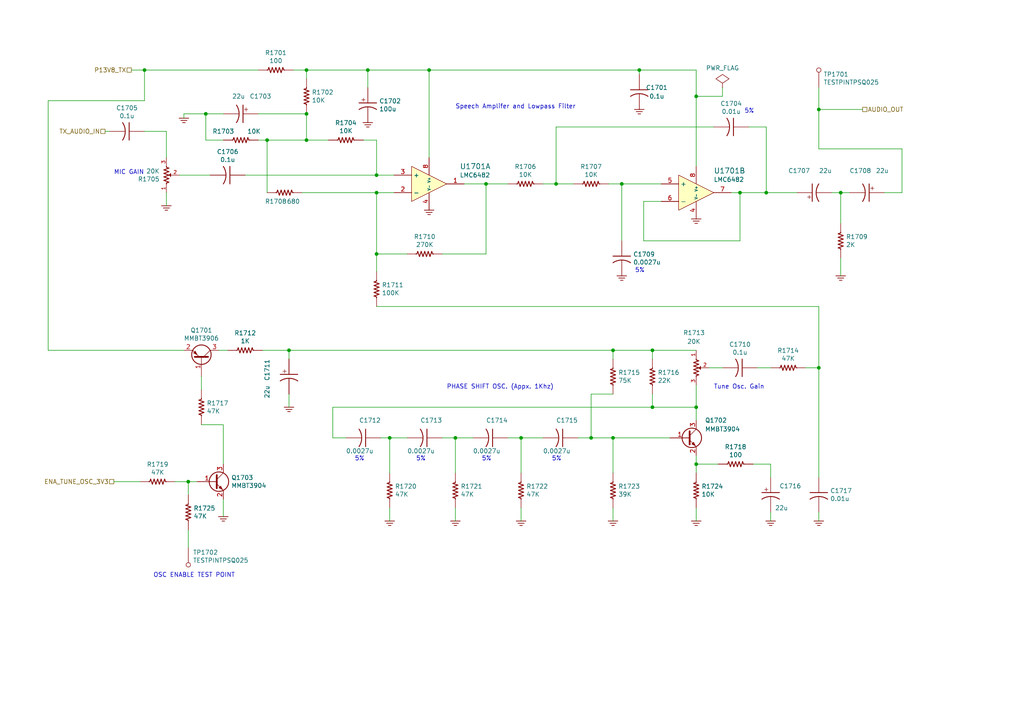
<source format=kicad_sch>
(kicad_sch (version 20211123) (generator eeschema)
  (paper "A4")
  (title_block (title "Speech Amplifier and Tune Oscillator") (rev "X1") (company "WA6ZFT"))
  (lib_symbols
    (symbol "Custom:CP_US" (pin_numbers hide) (pin_names (offset 0.254) hide)
      (property "Reference" "C" (at 1.27 2.54 0))
      (property "Value" "Custom_CP_US" (at 1.27 -2.54 0))
      (symbol "CP_US_0_1"
        (polyline (pts (xy -1.778 1.524) (xy -0.762 1.524)) (stroke (width 0.127)))
        (polyline (pts (xy -1.27 1.016) (xy -1.27 2.032)) (stroke (width 0.127)))
        (polyline (pts (xy -2.54 0.635) (xy 2.54 0.635) (xy 2.54 0.635)) (stroke (width 0.254)))
        (arc (start 2.54 -1.27) (mid 0 -0.5009) (end -2.54 -1.27) (stroke (width 0.254)))
      )
      (symbol "CP_US_1_1"
        (pin passive line (at 0 5.08 270) (length 4.445) (name "~") (number "1"))
        (pin passive line (at 0 -5.08 90) (length 4.445) (name "~") (number "2"))
      )
    )
    (symbol "Custom:C_US" (pin_numbers hide) (pin_names (offset 0.254) hide)
      (property "Reference" "C" (at 1.27 2.54 0))
      (property "Value" "Custom_C_US" (at 1.27 -2.54 0))
      (symbol "C_US_0_1"
        (polyline (pts (xy -2.54 0.635) (xy 2.54 0.635) (xy 2.54 0.635)) (stroke (width 0.254)))
        (arc (start 2.54 -1.27) (mid 0 -0.5009) (end -2.54 -1.27) (stroke (width 0.254)))
      )
      (symbol "C_US_1_1"
        (pin passive line (at 0 5.08 270) (length 4.445) (name "~") (number "1"))
        (pin passive line (at 0 -5.08 90) (length 4.445) (name "~") (number "2"))
      )
    )
    (symbol "Custom:C_US_0805_0.1UF_X7R_10%_50V_HS" (pin_numbers hide) (pin_names (offset 0.254) hide)
      (property "Reference" "C" (at 1.27 2.54 0))
      (property "Value" "Custom_C_US_0805_0.1UF_X7R_10%_50V_HS" (at 1.27 -2.54 0))
      (symbol "C_US_0805_0.1UF_X7R_10%_50V_HS_0_1"
        (polyline (pts (xy -2.54 0.635) (xy 2.54 0.635) (xy 2.54 0.635)) (stroke (width 0.254)))
        (arc (start 2.54 -1.27) (mid 0 -0.5009) (end -2.54 -1.27) (stroke (width 0.254)))
      )
      (symbol "C_US_0805_0.1UF_X7R_10%_50V_HS_1_1"
        (pin passive line (at 0 5.08 270) (length 4.445) (name "~") (number "1"))
        (pin passive line (at 0 -5.08 90) (length 4.445) (name "~") (number "2"))
      )
    )
    (symbol "Custom:GND_US" (power) (pin_names (offset 0))
      (symbol "GND_US_0_1"
        (polyline (pts (xy -1.397 0) (xy 1.397 0)) (stroke (width 0.2032)))
        (polyline (pts (xy -0.889 -0.635) (xy 0.889 -0.635)) (stroke (width 0.2032)))
        (polyline (pts (xy -0.381 -1.27) (xy 0.381 -1.27)) (stroke (width 0.2032)))
      )
      (symbol "GND_US_1_1"
        (pin power_in line (at 0 0 90) (length 0) hide (name "GND") (number "1"))
      )
    )
    (symbol "Custom:LMC6482"
      (property "Reference" "U" (at 2.54 3.81 0))
      (property "Value" "Custom_LMC6482" (at 5.08 -3.81 0))
      (symbol "LMC6482_0_1"
        (polyline (pts (xy -5.08 5.08) (xy 5.08 0) (xy -5.08 -5.08) (xy -5.08 5.08)) (stroke (width 0.1524)) (fill (type background)))
        (pin power_in line (at 0 -7.62 90) (length 5.08) (name "V-") (number "4"))
        (pin power_in line (at 0 7.62 270) (length 5.08) (name "V+") (number "8"))
      )
      (symbol "LMC6482_1_1"
        (pin output line (at 10.16 0 180) (length 5.08) (name "~") (number "1"))
        (pin input line (at -10.16 -2.54 0) (length 5.08) (name "-") (number "2"))
        (pin input line (at -10.16 2.54 0) (length 5.08) (name "+") (number "3"))
      )
      (symbol "LMC6482_2_1"
        (pin input line (at -10.16 2.54 0) (length 5.08) (name "+") (number "5"))
        (pin input line (at -10.16 -2.54 0) (length 5.08) (name "-") (number "6"))
        (pin output line (at 10.16 0 180) (length 5.08) (name "~") (number "7"))
      )
    )
    (symbol "Custom:MMBT3904" (pin_names (offset 0) hide)
      (property "Reference" "Q" (at 5.08 1.905 0))
      (property "Value" "Custom_MMBT3904" (at 5.08 0 0))
      (symbol "MMBT3904_0_1"
        (polyline (pts (xy 0.635 0.635) (xy 2.54 2.54)))
        (polyline (pts (xy 0.635 -0.635) (xy 2.54 -2.54) (xy 2.54 -2.54)))
        (polyline (pts (xy 0.635 1.905) (xy 0.635 -1.905) (xy 0.635 -1.905)) (stroke (width 0.508)))
        (polyline (pts (xy 1.27 -1.778) (xy 1.778 -1.27) (xy 2.286 -2.286) (xy 1.27 -1.778) (xy 1.27 -1.778)) (fill (type outline)))
        (circle (center 1.27 0) (radius 2.8194) (stroke (width 0.254)))
      )
      (symbol "MMBT3904_1_1"
        (pin passive line (at -5.08 0 0) (length 5.715) (name "B") (number "1"))
        (pin passive line (at 2.54 -5.08 90) (length 2.54) (name "E") (number "2"))
        (pin passive line (at 2.54 5.08 270) (length 2.54) (name "C") (number "3"))
      )
    )
    (symbol "Custom:POT_US" (pin_names (offset 0))
      (property "Reference" "R" (at 0 -3.81 0))
      (property "Value" "Custom_POT_US" (at 0 -2.032 0))
      (symbol "POT_US_0_0"
        (polyline (pts (xy -0.508 1.27) (xy 0.508 1.27) (xy 0 0.762)) (fill (type outline)))
        (polyline (pts (xy 0 0.762) (xy -0.508 -0.762) (xy -1.016 0.762) (xy -1.524 -0.762) (xy -2.032 0.762) (xy -2.286 0) (xy -2.54 0) (xy -2.54 0)) (stroke (width 0.254)))
        (polyline (pts (xy 0 0.762) (xy 0.508 -0.762) (xy 1.016 0.762) (xy 1.524 -0.762) (xy 2.032 0.762) (xy 2.286 0) (xy 2.54 0) (xy 2.54 0)) (stroke (width 0.254)))
      )
      (symbol "POT_US_1_1"
        (pin passive line (at -5.08 0 0) (length 2.54) (name "~") (number "1"))
        (pin passive line (at 0 3.81 270) (length 2.54) (name "~") (number "2"))
        (pin passive line (at 5.08 0 180) (length 2.54) (name "~") (number "3"))
      )
    )
    (symbol "Custom:PWR_FLAG" (power) (pin_numbers hide) (pin_names (offset 0) hide)
      (property "Value" "Custom_PWR_FLAG" (at 0 4.572 0))
      (symbol "PWR_FLAG_0_0"
        (pin power_out line (at 0 0 90) (length 0) (name "pwr") (number "1"))
      )
      (symbol "PWR_FLAG_0_1"
        (polyline (pts (xy 0 0) (xy 0 1.27) (xy -1.905 2.54) (xy 0 3.81) (xy 1.905 2.54) (xy 0 1.27)))
      )
    )
    (symbol "Custom:R_US_0805_1%_HS" (pin_numbers hide) (pin_names (offset 1.016) hide)
      (property "Reference" "R" (at 2.032 0 90))
      (property "Value" "Custom_R_US_0805_1%_HS" (at -2.032 0 90))
      (symbol "R_US_0805_1%_HS_0_0"
        (polyline (pts (xy 0 -2.54) (xy 0 -2.54) (xy 0 -2.286) (xy -0.762 -2.032) (xy 0.762 -1.524) (xy -0.762 -1.016) (xy 0.762 -0.508) (xy -0.762 0) (xy 0.762 0.508) (xy -0.762 1.016) (xy 0.762 1.524) (xy -0.762 2.032) (xy 0 2.286) (xy 0 2.54) (xy 0 2.54)) (stroke (width 0.254)))
      )
      (symbol "R_US_0805_1%_HS_1_1"
        (pin passive line (at 0 5.08 270) (length 2.54) (name "~") (number "1"))
        (pin passive line (at 0 -5.08 90) (length 2.54) (name "~") (number "2"))
      )
    )
    (symbol "Custom:TESTPINTPSQ025" (pin_numbers hide) (pin_names (offset 1.016) hide)
      (property "Reference" "TP" (at -1.27 1.27 0))
      (property "Value" "Custom_TESTPINTPSQ025" (at -7.62 3.81 0))
      (symbol "TESTPINTPSQ025_1_0"
        (polyline (pts (xy 0 -2.54) (xy 0 -0.635)))
      )
      (symbol "TESTPINTPSQ025_1_1"
        (circle (center 0 0) (radius 0.635))
        (pin passive line (at 0 -5.08 90) (length 2.54) (name "TP") (number "1"))
      )
    )
    (symbol "Transistor_BJT:MMBT3906" (pin_names (offset 0) hide)
      (property "Reference" "Q" (at 5.08 1.905 0))
      (property "Value" "Transistor_BJT_MMBT3906" (at 5.08 0 0))
      (symbol "MMBT3906_0_1"
        (polyline (pts (xy 0.635 0.635) (xy 2.54 2.54)))
        (polyline (pts (xy 0.635 -0.635) (xy 2.54 -2.54) (xy 2.54 -2.54)))
        (polyline (pts (xy 0.635 1.905) (xy 0.635 -1.905) (xy 0.635 -1.905)) (stroke (width 0.508)))
        (polyline (pts (xy 2.286 -1.778) (xy 1.778 -2.286) (xy 1.27 -1.27) (xy 2.286 -1.778) (xy 2.286 -1.778)) (fill (type outline)))
        (circle (center 1.27 0) (radius 2.8194) (stroke (width 0.254)))
      )
      (symbol "MMBT3906_1_1"
        (pin input line (at -5.08 0 0) (length 5.715) (name "B") (number "1"))
        (pin passive line (at 2.54 -5.08 90) (length 2.54) (name "E") (number "2"))
        (pin passive line (at 2.54 5.08 270) (length 2.54) (name "C") (number "3"))
      )
    )
  )
  (junction (at 177.8 101.6))
  (junction (at 237.49 31.75))
  (junction (at 171.45 127))
  (junction (at 88.9 20.32))
  (junction (at 189.23 118.11))
  (junction (at 214.63 55.88))
  (junction (at 201.93 118.11))
  (junction (at 88.9 40.64))
  (junction (at 222.25 55.88))
  (junction (at 77.47 40.64))
  (junction (at 106.68 20.32))
  (junction (at 151.13 127))
  (junction (at 140.97 53.34))
  (junction (at 41.91 20.32))
  (junction (at 109.22 50.8))
  (junction (at 177.8 127))
  (junction (at 189.23 101.6))
  (junction (at 201.93 27.94))
  (junction (at 83.82 101.6))
  (junction (at 59.69 33.02))
  (junction (at 132.08 127))
  (junction (at 109.22 73.66))
  (junction (at 161.29 53.34))
  (junction (at 124.46 20.32))
  (junction (at 54.61 139.7))
  (junction (at 201.93 134.62))
  (junction (at 109.22 55.88))
  (junction (at 113.03 127))
  (junction (at 88.9 33.02))
  (junction (at 185.42 20.32))
  (junction (at 243.84 55.88))
  (junction (at 180.34 53.34))
  (junction (at 237.49 106.68))
  (wire (pts (xy 33.02 139.7) (xy 40.64 139.7)))
  (wire (pts (xy 186.69 58.42) (xy 186.69 69.85)))
  (wire (pts (xy 109.22 73.66) (xy 109.22 55.88)))
  (wire (pts (xy 186.69 69.85) (xy 214.63 69.85)))
  (wire (pts (xy 237.49 88.9) (xy 237.49 106.68)))
  (wire (pts (xy 243.84 64.77) (xy 243.84 55.88)))
  (wire (pts (xy 209.55 27.94) (xy 201.93 27.94)))
  (wire (pts (xy 64.77 33.02) (xy 59.69 33.02)))
  (wire (pts (xy 118.11 127) (xy 113.03 127)))
  (wire (pts (xy 201.93 111.76) (xy 201.93 118.11)))
  (wire (pts (xy 88.9 40.64) (xy 88.9 33.02)))
  (wire (pts (xy 76.2 101.6) (xy 83.82 101.6)))
  (wire (pts (xy 60.96 50.8) (xy 52.07 50.8)))
  (wire (pts (xy 132.08 147.32) (xy 132.08 151.13)))
  (wire (pts (xy 189.23 101.6) (xy 177.8 101.6)))
  (wire (pts (xy 223.52 148.59) (xy 223.52 151.13)))
  (wire (pts (xy 132.08 127) (xy 128.27 127)))
  (wire (pts (xy 41.91 20.32) (xy 74.93 20.32)))
  (wire (pts (xy 109.22 88.9) (xy 237.49 88.9)))
  (wire (pts (xy 185.42 21.59) (xy 185.42 20.32)))
  (wire (pts (xy 201.93 118.11) (xy 201.93 121.92)))
  (wire (pts (xy 48.26 55.88) (xy 48.26 59.69)))
  (wire (pts (xy 59.69 40.64) (xy 59.69 33.02)))
  (wire (pts (xy 109.22 50.8) (xy 114.3 50.8)))
  (wire (pts (xy 171.45 127) (xy 177.8 127)))
  (wire (pts (xy 106.68 20.32) (xy 124.46 20.32)))
  (wire (pts (xy 105.41 40.64) (xy 109.22 40.64)))
  (wire (pts (xy 85.09 20.32) (xy 88.9 20.32)))
  (wire (pts (xy 109.22 73.66) (xy 109.22 78.74)))
  (wire (pts (xy 161.29 36.83) (xy 161.29 53.34)))
  (wire (pts (xy 237.49 43.18) (xy 237.49 31.75)))
  (wire (pts (xy 118.11 73.66) (xy 109.22 73.66)))
  (wire (pts (xy 109.22 40.64) (xy 109.22 50.8)))
  (wire (pts (xy 176.53 53.34) (xy 180.34 53.34)))
  (wire (pts (xy 13.97 29.21) (xy 13.97 101.6)))
  (wire (pts (xy 261.62 43.18) (xy 237.49 43.18)))
  (wire (pts (xy 217.17 36.83) (xy 222.25 36.83)))
  (wire (pts (xy 157.48 127) (xy 151.13 127)))
  (wire (pts (xy 177.8 114.3) (xy 171.45 114.3)))
  (wire (pts (xy 134.62 53.34) (xy 140.97 53.34)))
  (wire (pts (xy 140.97 73.66) (xy 140.97 53.34)))
  (wire (pts (xy 161.29 53.34) (xy 166.37 53.34)))
  (wire (pts (xy 261.62 55.88) (xy 261.62 43.18)))
  (wire (pts (xy 222.25 36.83) (xy 222.25 55.88)))
  (wire (pts (xy 66.04 101.6) (xy 63.5 101.6)))
  (wire (pts (xy 113.03 137.16) (xy 113.03 127)))
  (wire (pts (xy 113.03 147.32) (xy 113.03 151.13)))
  (wire (pts (xy 41.91 29.21) (xy 13.97 29.21)))
  (wire (pts (xy 207.01 36.83) (xy 161.29 36.83)))
  (wire (pts (xy 109.22 50.8) (xy 71.12 50.8)))
  (wire (pts (xy 201.93 118.11) (xy 189.23 118.11)))
  (wire (pts (xy 218.44 134.62) (xy 223.52 134.62)))
  (wire (pts (xy 64.77 144.78) (xy 64.77 149.86)))
  (wire (pts (xy 151.13 137.16) (xy 151.13 127)))
  (wire (pts (xy 87.63 55.88) (xy 109.22 55.88)))
  (wire (pts (xy 124.46 20.32) (xy 124.46 45.72)))
  (wire (pts (xy 74.93 40.64) (xy 77.47 40.64)))
  (wire (pts (xy 96.52 118.11) (xy 96.52 127)))
  (wire (pts (xy 48.26 38.1) (xy 41.91 38.1)))
  (wire (pts (xy 88.9 22.86) (xy 88.9 20.32)))
  (wire (pts (xy 223.52 134.62) (xy 223.52 138.43)))
  (wire (pts (xy 83.82 104.14) (xy 83.82 101.6)))
  (wire (pts (xy 41.91 20.32) (xy 41.91 29.21)))
  (wire (pts (xy 95.25 40.64) (xy 88.9 40.64)))
  (wire (pts (xy 74.93 33.02) (xy 88.9 33.02)))
  (wire (pts (xy 53.34 33.02) (xy 53.34 34.29)))
  (wire (pts (xy 64.77 40.64) (xy 59.69 40.64)))
  (wire (pts (xy 233.68 106.68) (xy 237.49 106.68)))
  (wire (pts (xy 214.63 69.85) (xy 214.63 55.88)))
  (wire (pts (xy 140.97 53.34) (xy 147.32 53.34)))
  (wire (pts (xy 83.82 114.3) (xy 83.82 118.11)))
  (wire (pts (xy 189.23 104.14) (xy 189.23 101.6)))
  (wire (pts (xy 77.47 55.88) (xy 77.47 40.64)))
  (wire (pts (xy 237.49 148.59) (xy 237.49 151.13)))
  (wire (pts (xy 237.49 25.4) (xy 237.49 31.75)))
  (wire (pts (xy 132.08 137.16) (xy 132.08 127)))
  (wire (pts (xy 151.13 127) (xy 147.32 127)))
  (wire (pts (xy 177.8 147.32) (xy 177.8 151.13)))
  (wire (pts (xy 38.1 20.32) (xy 41.91 20.32)))
  (wire (pts (xy 54.61 153.67) (xy 54.61 158.75)))
  (wire (pts (xy 157.48 53.34) (xy 161.29 53.34)))
  (wire (pts (xy 177.8 127) (xy 194.31 127)))
  (wire (pts (xy 77.47 40.64) (xy 88.9 40.64)))
  (wire (pts (xy 58.42 123.19) (xy 64.77 123.19)))
  (wire (pts (xy 189.23 114.3) (xy 189.23 118.11)))
  (wire (pts (xy 189.23 118.11) (xy 96.52 118.11)))
  (wire (pts (xy 137.16 127) (xy 132.08 127)))
  (wire (pts (xy 237.49 106.68) (xy 237.49 138.43)))
  (wire (pts (xy 243.84 55.88) (xy 241.3 55.88)))
  (wire (pts (xy 205.74 106.68) (xy 209.55 106.68)))
  (wire (pts (xy 171.45 114.3) (xy 171.45 127)))
  (wire (pts (xy 231.14 55.88) (xy 222.25 55.88)))
  (wire (pts (xy 256.54 55.88) (xy 261.62 55.88)))
  (wire (pts (xy 113.03 127) (xy 110.49 127)))
  (wire (pts (xy 201.93 20.32) (xy 201.93 27.94)))
  (wire (pts (xy 185.42 20.32) (xy 124.46 20.32)))
  (wire (pts (xy 88.9 20.32) (xy 106.68 20.32)))
  (wire (pts (xy 219.71 106.68) (xy 223.52 106.68)))
  (wire (pts (xy 59.69 33.02) (xy 53.34 33.02)))
  (wire (pts (xy 237.49 31.75) (xy 250.19 31.75)))
  (wire (pts (xy 208.28 134.62) (xy 201.93 134.62)))
  (wire (pts (xy 54.61 143.51) (xy 54.61 139.7)))
  (wire (pts (xy 180.34 69.85) (xy 180.34 53.34)))
  (wire (pts (xy 109.22 55.88) (xy 114.3 55.88)))
  (wire (pts (xy 50.8 139.7) (xy 54.61 139.7)))
  (wire (pts (xy 201.93 101.6) (xy 189.23 101.6)))
  (wire (pts (xy 214.63 55.88) (xy 212.09 55.88)))
  (wire (pts (xy 177.8 137.16) (xy 177.8 127)))
  (wire (pts (xy 201.93 132.08) (xy 201.93 134.62)))
  (wire (pts (xy 191.77 58.42) (xy 186.69 58.42)))
  (wire (pts (xy 64.77 123.19) (xy 64.77 134.62)))
  (wire (pts (xy 201.93 27.94) (xy 201.93 48.26)))
  (wire (pts (xy 128.27 73.66) (xy 140.97 73.66)))
  (wire (pts (xy 243.84 74.93) (xy 243.84 80.01)))
  (wire (pts (xy 201.93 20.32) (xy 185.42 20.32)))
  (wire (pts (xy 201.93 134.62) (xy 201.93 137.16)))
  (wire (pts (xy 167.64 127) (xy 171.45 127)))
  (wire (pts (xy 96.52 127) (xy 100.33 127)))
  (wire (pts (xy 13.97 101.6) (xy 53.34 101.6)))
  (wire (pts (xy 58.42 109.22) (xy 58.42 113.03)))
  (wire (pts (xy 151.13 147.32) (xy 151.13 151.13)))
  (wire (pts (xy 54.61 139.7) (xy 57.15 139.7)))
  (wire (pts (xy 177.8 104.14) (xy 177.8 101.6)))
  (wire (pts (xy 201.93 147.32) (xy 201.93 151.13)))
  (wire (pts (xy 180.34 53.34) (xy 191.77 53.34)))
  (wire (pts (xy 243.84 55.88) (xy 246.38 55.88)))
  (wire (pts (xy 106.68 20.32) (xy 106.68 25.4)))
  (wire (pts (xy 48.26 45.72) (xy 48.26 38.1)))
  (wire (pts (xy 209.55 25.4) (xy 209.55 27.94)))
  (wire (pts (xy 222.25 55.88) (xy 214.63 55.88)))
  (wire (pts (xy 31.75 38.1) (xy 30.48 38.1)))
  (wire (pts (xy 177.8 101.6) (xy 83.82 101.6)))
  (text "Speech Amplifer and Lowpass Filter" (at 132.08 31.75 0) (effects (font (size 1.27 1.27)) (justify left bottom)))
  (text "5%\n\n" (at 120.65 135.89 0) (effects (font (size 1.27 1.27)) (justify left bottom)))
  (text "5%\n\n" (at 139.7 135.89 0) (effects (font (size 1.27 1.27)) (justify left bottom)))
  (text "5%\n\n" (at 160.02 135.89 0) (effects (font (size 1.27 1.27)) (justify left bottom)))
  (text "OSC ENABLE TEST POINT" (at 44.45 167.64 0) (effects (font (size 1.27 1.27)) (justify left bottom)))
  (text "MIC GAIN\n" (at 33.02 50.8 0) (effects (font (size 1.27 1.27)) (justify left bottom)))
  (text "PHASE SHIFT OSC. (Appx. 1Khz)" (at 129.54 113.03 0) (effects (font (size 1.27 1.27)) (justify left bottom)))
  (text "5%\n\n" (at 102.87 135.89 0) (effects (font (size 1.27 1.27)) (justify left bottom)))
  (text "5%\n\n" (at 184.15 81.28 0) (effects (font (size 1.27 1.27)) (justify left bottom)))
  (text "5%\n" (at 215.9 33.02 0) (effects (font (size 1.27 1.27)) (justify left bottom)))
  (text "Tune Osc. Gain" (at 207.01 113.03 0) (effects (font (size 1.27 1.27)) (justify left bottom)))
  (hierarchical_label "P13V8_TX" (shape passive) (at 38.1 20.32 180))
  (hierarchical_label "AUDIO_OUT" (shape passive) (at 250.19 31.75 0))
  (hierarchical_label "ENA_TUNE_OSC_3V3" (shape passive) (at 33.02 139.7 180))
  (hierarchical_label "TX_AUDIO_IN" (shape passive) (at 30.48 38.1 180))
  (symbol (lib_id "Custom:LMC6482") (at 124.46 53.34 0) (unit 1)
    (property "Reference" "U1701" (at 133.35 48.26 0) (effects (font (size 1.524 1.524)) (justify left)))
    (property "Value" "LMC6482" (at 133.35 50.8 0) (effects (justify left)))
    (property "Footprint" "mods:SOIC8N-SAR" (effects hide))
    (property "PartNumber" "800272-101" (effects hide))
  )
  (symbol (lib_id "Custom:LMC6482") (at 201.93 55.88 0) (unit 2)
    (property "Reference" "U1701" (at 207.01 49.53 0) (effects (font (size 1.524 1.524)) (justify left)))
    (property "Value" "LMC6482" (at 207.01 52.07 0) (effects (justify left)))
    (property "Footprint" "mods:SOIC8N-SAR" (effects hide))
    (property "PartNumber" "800272-101" (effects hide))
  )
  (symbol (lib_id "Custom:CP_US") (at 236.22 55.88 90)
    (property "Reference" "C1707" (at 234.95 49.53 90) (effects (justify left)))
    (property "Value" "22u" (at 241.3 49.53 90) (effects (justify left)))
    (property "Footprint" "Capacitor_SMD:CP_Elec_6.3x5.7" (effects hide))
    (property "PartNumber" "800267-226" (effects hide))
  )
  (symbol (lib_id "Custom:CP_US") (at 106.68 30.48 0)
    (property "Reference" "C1702" (at 109.982 29.3116 0) (effects (justify left)))
    (property "Value" "100u" (at 109.982 31.623 0) (effects (justify left)))
    (property "Footprint" "Capacitor_SMD:CP_Elec_8x10" (effects hide))
    (property "PartNumber" "800268-107" (effects hide))
  )
  (symbol (lib_id "Custom:R_US_0805_1%_HS") (at 80.01 20.32 270) (unit 1)
    (property "Reference" "R1701" (at 80.01 15.3162 90))
    (property "Value" "100" (at 80.01 17.6276 90))
    (property "Footprint" "Resistor_SMD:R_0805_2012Metric_Pad1.15x1.40mm_HandSolder" (effects hide))
    (property "PartNumber" "800235-101" (effects hide))
  )
  (symbol (lib_id "Custom:GND_US") (at 106.68 35.56 0) (unit 1)
    (property "Reference" "#PWR01703" (effects hide))
    (property "Value" "GND_US" (effects hide))
  )
  (symbol (lib_id "Custom:GND_US") (at 124.46 60.96 0) (unit 1)
    (property "Reference" "#PWR01705" (effects hide))
    (property "Value" "GND_US" (effects hide))
  )
  (symbol (lib_id "Custom:GND_US") (at 201.93 63.5 0) (unit 1)
    (property "Reference" "#PWR01706" (effects hide))
    (property "Value" "GND_US" (effects hide))
  )
  (symbol (lib_id "Custom:CP_US") (at 69.85 33.02 270)
    (property "Reference" "C1703" (at 72.39 27.94 90) (effects (justify left)))
    (property "Value" "22u" (at 67.31 27.94 90) (effects (justify left)))
    (property "Footprint" "Capacitor_SMD:CP_Elec_6.3x5.7" (effects hide))
    (property "PartNumber" "800267-226" (effects hide))
  )
  (symbol (lib_id "Custom:R_US_0805_1%_HS") (at 123.19 73.66 270) (unit 1)
    (property "Reference" "R1710" (at 123.19 68.6562 90))
    (property "Value" "270K" (at 123.19 70.9676 90))
    (property "Footprint" "Resistor_SMD:R_0805_2012Metric_Pad1.15x1.40mm_HandSolder" (effects hide))
    (property "PartNumber" "800235-274" (effects hide))
  )
  (symbol (lib_id "Custom:GND_US") (at 53.34 34.29 0) (unit 1)
    (property "Reference" "#PWR01702" (effects hide))
    (property "Value" "GND_US" (effects hide))
  )
  (symbol (lib_id "Custom:R_US_0805_1%_HS") (at 88.9 27.94 0) (unit 1)
    (property "Reference" "R1702" (at 90.424 26.7716 0) (effects (justify left)))
    (property "Value" "10K" (at 90.424 29.083 0) (effects (justify left)))
    (property "Footprint" "Resistor_SMD:R_0805_2012Metric_Pad1.15x1.40mm_HandSolder" (effects hide))
    (property "PartNumber" "800235-103" (effects hide))
  )
  (symbol (lib_id "Custom:R_US_0805_1%_HS") (at 69.85 40.64 270) (unit 1)
    (property "Reference" "R1703" (at 64.77 38.1 90))
    (property "Value" "10K" (at 73.66 38.1 90))
    (property "Footprint" "Resistor_SMD:R_0805_2012Metric_Pad1.15x1.40mm_HandSolder" (effects hide))
    (property "PartNumber" "800235-103" (effects hide))
  )
  (symbol (lib_id "Custom:R_US_0805_1%_HS") (at 100.33 40.64 270) (unit 1)
    (property "Reference" "R1704" (at 100.33 35.6362 90))
    (property "Value" "10K" (at 100.33 37.9476 90))
    (property "Footprint" "Resistor_SMD:R_0805_2012Metric_Pad1.15x1.40mm_HandSolder" (effects hide))
    (property "PartNumber" "800235-103" (effects hide))
  )
  (symbol (lib_id "Custom:R_US_0805_1%_HS") (at 82.55 55.88 270) (unit 1)
    (property "Reference" "R1708" (at 80.01 58.42 90))
    (property "Value" "680" (at 85.09 58.42 90))
    (property "Footprint" "Resistor_SMD:R_0805_2012Metric_Pad1.15x1.40mm_HandSolder" (effects hide))
    (property "PartNumber" "800235-681" (effects hide))
  )
  (symbol (lib_id "Custom:C_US_0805_0.1UF_X7R_10%_50V_HS") (at 66.04 50.8 270) (unit 1)
    (property "Reference" "C1706" (at 66.04 44.0182 90))
    (property "Value" "0.1u" (at 66.04 46.3296 90))
    (property "Footprint" "Capacitor_SMD:C_0805_2012Metric_Pad1.15x1.40mm_HandSolder" (effects hide))
    (property "PartNumber" "800238-104" (effects hide))
  )
  (symbol (lib_id "Custom:POT_US") (at 48.26 50.8 270) (mirror x) (unit 1)
    (property "Reference" "R1705" (at 46.3042 51.9684 90) (effects (justify right)))
    (property "Value" "20K" (at 46.3042 49.657 90) (effects (justify right)))
    (property "Footprint" "mods:Potentiometer_Bourns_3296W_Vertical_Screw_SS" (effects hide))
    (property "PartNumber" "800249-203" (effects hide))
  )
  (symbol (lib_id "Custom:C_US_0805_0.1UF_X7R_10%_50V_HS") (at 36.83 38.1 270) (unit 1)
    (property "Reference" "C1705" (at 36.83 31.3182 90))
    (property "Value" "0.1u" (at 36.83 33.6296 90))
    (property "Footprint" "Capacitor_SMD:C_0805_2012Metric_Pad1.15x1.40mm_HandSolder" (effects hide))
    (property "PartNumber" "800238-104" (effects hide))
  )
  (symbol (lib_id "Custom:GND_US") (at 48.26 59.69 0) (unit 1)
    (property "Reference" "#PWR01704" (effects hide))
    (property "Value" "GND_US" (effects hide))
  )
  (symbol (lib_id "Custom:R_US_0805_1%_HS") (at 109.22 83.82 0) (unit 1)
    (property "Reference" "R1711" (at 110.744 82.6516 0) (effects (justify left)))
    (property "Value" "100K" (at 110.744 84.963 0) (effects (justify left)))
    (property "Footprint" "Resistor_SMD:R_0805_2012Metric_Pad1.15x1.40mm_HandSolder" (effects hide))
    (property "PartNumber" "800235-104" (effects hide))
  )
  (symbol (lib_id "Custom:R_US_0805_1%_HS") (at 152.4 53.34 270) (unit 1)
    (property "Reference" "R1706" (at 152.4 48.3362 90))
    (property "Value" "10K" (at 152.4 50.6476 90))
    (property "Footprint" "Resistor_SMD:R_0805_2012Metric_Pad1.15x1.40mm_HandSolder" (effects hide))
    (property "PartNumber" "800235-103" (effects hide))
  )
  (symbol (lib_id "Custom:R_US_0805_1%_HS") (at 171.45 53.34 270) (unit 1)
    (property "Reference" "R1707" (at 171.45 48.3362 90))
    (property "Value" "10K" (at 171.45 50.6476 90))
    (property "Footprint" "Resistor_SMD:R_0805_2012Metric_Pad1.15x1.40mm_HandSolder" (effects hide))
    (property "PartNumber" "800235-103" (effects hide))
  )
  (symbol (lib_id "Custom:C_US") (at 180.34 74.93 0) (unit 1)
    (property "Reference" "C1709" (at 183.642 73.7616 0) (effects (justify left)))
    (property "Value" "0.0027u" (at 183.642 76.073 0) (effects (justify left)))
    (property "Footprint" "Capacitor_SMD:C_0805_2012Metric_Pad1.15x1.40mm_HandSolder" (effects hide))
    (property "PartNumber" "800239-272" (effects hide))
  )
  (symbol (lib_id "Custom:C_US") (at 212.09 36.83 270) (unit 1)
    (property "Reference" "C1704" (at 212.09 30.0482 90))
    (property "Value" "0.01u" (at 212.09 32.3596 90))
    (property "Footprint" "Capacitor_SMD:C_0805_2012Metric_Pad1.15x1.40mm_HandSolder" (effects hide))
    (property "PartNumber" "800239-103" (effects hide))
  )
  (symbol (lib_id "Custom:GND_US") (at 180.34 80.01 0) (unit 1)
    (property "Reference" "#PWR01707" (effects hide))
    (property "Value" "GND_US" (effects hide))
  )
  (symbol (lib_id "Custom:MMBT3904") (at 199.39 127 0) (unit 1)
    (property "Reference" "Q1702" (at 204.47 121.92 0) (effects (justify left)))
    (property "Value" "MMBT3904" (at 204.47 124.46 0) (effects (justify left)))
    (property "Footprint" "mods:SOT23-3-SAR" (effects hide))
    (property "PartNumber" "800259-101" (effects hide))
  )
  (symbol (lib_id "Custom:C_US") (at 162.56 127 270) (unit 1)
    (property "Reference" "C1715" (at 161.29 121.92 90) (effects (justify left)))
    (property "Value" "0.0027u" (at 157.48 130.81 90) (effects (justify left)))
    (property "Footprint" "Capacitor_SMD:C_0805_2012Metric_Pad1.15x1.40mm_HandSolder" (effects hide))
    (property "PartNumber" "800239-272" (effects hide))
  )
  (symbol (lib_id "Custom:C_US") (at 142.24 127 270) (unit 1)
    (property "Reference" "C1714" (at 140.97 121.92 90) (effects (justify left)))
    (property "Value" "0.0027u" (at 137.16 130.81 90) (effects (justify left)))
    (property "Footprint" "Capacitor_SMD:C_0805_2012Metric_Pad1.15x1.40mm_HandSolder" (effects hide))
    (property "PartNumber" "800239-272" (effects hide))
  )
  (symbol (lib_id "Custom:C_US") (at 123.19 127 270) (unit 1)
    (property "Reference" "C1713" (at 121.92 121.92 90) (effects (justify left)))
    (property "Value" "0.0027u" (at 118.11 130.81 90) (effects (justify left)))
    (property "Footprint" "Capacitor_SMD:C_0805_2012Metric_Pad1.15x1.40mm_HandSolder" (effects hide))
    (property "PartNumber" "800239-272" (effects hide))
  )
  (symbol (lib_id "Custom:C_US") (at 105.41 127 270) (unit 1)
    (property "Reference" "C1712" (at 104.14 121.92 90) (effects (justify left)))
    (property "Value" "0.0027u" (at 100.33 130.81 90) (effects (justify left)))
    (property "Footprint" "Capacitor_SMD:C_0805_2012Metric_Pad1.15x1.40mm_HandSolder" (effects hide))
    (property "PartNumber" "800239-272" (effects hide))
  )
  (symbol (lib_id "Custom:POT_US") (at 201.93 106.68 270) (unit 1)
    (property "Reference" "R1713" (at 204.47 96.52 90) (effects (justify right)))
    (property "Value" "20K" (at 203.2 99.06 90) (effects (justify right)))
    (property "Footprint" "mods:Potentiometer_Bourns_3296W_Vertical_Screw_SS" (effects hide))
    (property "PartNumber" "800249-203" (effects hide))
  )
  (symbol (lib_id "Custom:R_US_0805_1%_HS") (at 151.13 142.24 0) (unit 1)
    (property "Reference" "R1722" (at 152.654 141.0716 0) (effects (justify left)))
    (property "Value" "47K" (at 152.654 143.383 0) (effects (justify left)))
    (property "Footprint" "Resistor_SMD:R_0805_2012Metric_Pad1.15x1.40mm_HandSolder" (effects hide))
    (property "PartNumber" "800235-473" (effects hide))
  )
  (symbol (lib_id "Custom:R_US_0805_1%_HS") (at 132.08 142.24 0) (unit 1)
    (property "Reference" "R1721" (at 133.604 141.0716 0) (effects (justify left)))
    (property "Value" "47K" (at 133.604 143.383 0) (effects (justify left)))
    (property "Footprint" "Resistor_SMD:R_0805_2012Metric_Pad1.15x1.40mm_HandSolder" (effects hide))
    (property "PartNumber" "800235-473" (effects hide))
  )
  (symbol (lib_id "Custom:R_US_0805_1%_HS") (at 113.03 142.24 0) (unit 1)
    (property "Reference" "R1720" (at 114.554 141.0716 0) (effects (justify left)))
    (property "Value" "47K" (at 114.554 143.383 0) (effects (justify left)))
    (property "Footprint" "Resistor_SMD:R_0805_2012Metric_Pad1.15x1.40mm_HandSolder" (effects hide))
    (property "PartNumber" "800235-473" (effects hide))
  )
  (symbol (lib_id "Custom:GND_US") (at 151.13 151.13 0) (unit 1)
    (property "Reference" "#PWR01713" (effects hide))
    (property "Value" "GND_US" (effects hide))
  )
  (symbol (lib_id "Custom:GND_US") (at 132.08 151.13 0) (unit 1)
    (property "Reference" "#PWR01712" (effects hide))
    (property "Value" "GND_US" (effects hide))
  )
  (symbol (lib_id "Custom:GND_US") (at 113.03 151.13 0) (unit 1)
    (property "Reference" "#PWR01711" (effects hide))
    (property "Value" "GND_US" (effects hide))
  )
  (symbol (lib_id "Custom:R_US_0805_1%_HS") (at 54.61 148.59 0) (unit 1)
    (property "Reference" "R1725" (at 56.134 147.4216 0) (effects (justify left)))
    (property "Value" "47K" (at 56.134 149.733 0) (effects (justify left)))
    (property "Footprint" "Resistor_SMD:R_0805_2012Metric_Pad1.15x1.40mm_HandSolder" (effects hide))
    (property "PartNumber" "800235-473" (effects hide))
  )
  (symbol (lib_id "Custom:TESTPINTPSQ025") (at 54.61 163.83 180) (unit 1)
    (property "Reference" "TP1702" (at 55.9562 160.2232 0) (effects (justify right)))
    (property "Value" "TESTPINTPSQ025" (at 55.9562 162.5346 0) (effects (justify right)))
    (property "Footprint" "mods:TESTPIN" (effects hide))
    (property "PartNumber" "800207-101" (effects hide))
  )
  (symbol (lib_id "Custom:CP_US") (at 83.82 109.22 0)
    (property "Reference" "C1711" (at 77.47 110.49 90) (effects (justify left)))
    (property "Value" "22u" (at 77.47 115.57 90) (effects (justify left)))
    (property "Footprint" "Capacitor_SMD:CP_Elec_6.3x5.7" (effects hide))
    (property "PartNumber" "800267-226" (effects hide))
  )
  (symbol (lib_id "Custom:GND_US") (at 83.82 118.11 0) (unit 1)
    (property "Reference" "#PWR01709" (effects hide))
    (property "Value" "GND_US" (effects hide))
  )
  (symbol (lib_id "Custom:R_US_0805_1%_HS") (at 189.23 109.22 0) (unit 1)
    (property "Reference" "R1716" (at 190.754 108.0516 0) (effects (justify left)))
    (property "Value" "22K" (at 190.754 110.363 0) (effects (justify left)))
    (property "Footprint" "Resistor_SMD:R_0805_2012Metric_Pad1.15x1.40mm_HandSolder" (effects hide))
    (property "PartNumber" "800235-223" (effects hide))
  )
  (symbol (lib_id "Custom:R_US_0805_1%_HS") (at 177.8 109.22 0) (unit 1)
    (property "Reference" "R1715" (at 179.324 108.0516 0) (effects (justify left)))
    (property "Value" "75K" (at 179.324 110.363 0) (effects (justify left)))
    (property "Footprint" "Resistor_SMD:R_0805_2012Metric_Pad1.15x1.40mm_HandSolder" (effects hide))
    (property "PartNumber" "800235-753" (effects hide))
  )
  (symbol (lib_id "Custom:R_US_0805_1%_HS") (at 177.8 142.24 0) (unit 1)
    (property "Reference" "R1723" (at 179.324 141.0716 0) (effects (justify left)))
    (property "Value" "39K" (at 179.324 143.383 0) (effects (justify left)))
    (property "Footprint" "Resistor_SMD:R_0805_2012Metric_Pad1.15x1.40mm_HandSolder" (effects hide))
    (property "PartNumber" "800235-393" (effects hide))
  )
  (symbol (lib_id "Custom:GND_US") (at 177.8 151.13 0) (unit 1)
    (property "Reference" "#PWR01714" (effects hide))
    (property "Value" "GND_US" (effects hide))
  )
  (symbol (lib_id "Custom:R_US_0805_1%_HS") (at 201.93 142.24 0) (unit 1)
    (property "Reference" "R1724" (at 203.454 141.0716 0) (effects (justify left)))
    (property "Value" "10K" (at 203.454 143.383 0) (effects (justify left)))
    (property "Footprint" "Resistor_SMD:R_0805_2012Metric_Pad1.15x1.40mm_HandSolder" (effects hide))
    (property "PartNumber" "800235-103" (effects hide))
  )
  (symbol (lib_id "Custom:GND_US") (at 201.93 151.13 0) (unit 1)
    (property "Reference" "#PWR01715" (effects hide))
    (property "Value" "GND_US" (effects hide))
  )
  (symbol (lib_id "Custom:R_US_0805_1%_HS") (at 213.36 134.62 270) (unit 1)
    (property "Reference" "R1718" (at 213.36 129.6162 90))
    (property "Value" "100" (at 213.36 131.9276 90))
    (property "Footprint" "Resistor_SMD:R_0805_2012Metric_Pad1.15x1.40mm_HandSolder" (effects hide))
    (property "PartNumber" "800235-101" (effects hide))
  )
  (symbol (lib_id "Custom:CP_US") (at 223.52 143.51 0)
    (property "Reference" "C1716" (at 226.06 140.97 0) (effects (justify left)))
    (property "Value" "22u" (at 224.79 147.32 0) (effects (justify left)))
    (property "Footprint" "Capacitor_SMD:CP_Elec_6.3x5.7" (effects hide))
    (property "PartNumber" "800267-226" (effects hide))
  )
  (symbol (lib_id "Custom:GND_US") (at 223.52 151.13 0) (unit 1)
    (property "Reference" "#PWR01716" (effects hide))
    (property "Value" "GND_US" (effects hide))
  )
  (symbol (lib_id "Custom:R_US_0805_1%_HS") (at 228.6 106.68 270) (unit 1)
    (property "Reference" "R1714" (at 228.6 101.6762 90))
    (property "Value" "47K" (at 228.6 103.9876 90))
    (property "Footprint" "Resistor_SMD:R_0805_2012Metric_Pad1.15x1.40mm_HandSolder" (effects hide))
    (property "PartNumber" "800235-473" (effects hide))
  )
  (symbol (lib_id "Custom:TESTPINTPSQ025") (at 237.49 20.32 0) (unit 1)
    (property "Reference" "TP1701" (at 238.8362 21.5646 0) (effects (justify left)))
    (property "Value" "TESTPINTPSQ025" (at 238.8362 23.876 0) (effects (justify left)))
    (property "Footprint" "mods:TESTPIN" (effects hide))
    (property "PartNumber" "800207-101" (effects hide))
  )
  (symbol (lib_id "Custom:C_US_0805_0.1UF_X7R_10%_50V_HS") (at 237.49 143.51 0) (unit 1)
    (property "Reference" "C1717" (at 240.792 142.3416 0) (effects (justify left)))
    (property "Value" "0.01u" (at 240.792 144.653 0) (effects (justify left)))
    (property "Footprint" "Capacitor_SMD:C_0805_2012Metric_Pad1.15x1.40mm_HandSolder" (effects hide))
    (property "PartNumber" "800238-103" (effects hide))
  )
  (symbol (lib_id "Custom:GND_US") (at 237.49 151.13 0) (unit 1)
    (property "Reference" "#PWR01717" (effects hide))
    (property "Value" "GND_US" (effects hide))
  )
  (symbol (lib_id "Custom:C_US_0805_0.1UF_X7R_10%_50V_HS") (at 214.63 106.68 270) (unit 1)
    (property "Reference" "C1710" (at 214.63 99.8982 90))
    (property "Value" "0.1u" (at 214.63 102.2096 90))
    (property "Footprint" "Capacitor_SMD:C_0805_2012Metric_Pad1.15x1.40mm_HandSolder" (effects hide))
    (property "PartNumber" "800238-104" (effects hide))
  )
  (symbol (lib_id "Custom:C_US_0805_0.1UF_X7R_10%_50V_HS") (at 185.42 26.67 0) (unit 1)
    (property "Reference" "C1701" (at 190.5 25.4 0))
    (property "Value" "0.1u" (at 190.5 27.94 0))
    (property "Footprint" "Capacitor_SMD:C_0805_2012Metric_Pad1.15x1.40mm_HandSolder" (effects hide))
    (property "PartNumber" "800238-104" (effects hide))
  )
  (symbol (lib_id "Custom:GND_US") (at 185.42 31.75 0) (unit 1)
    (property "Reference" "#PWR01701" (effects hide))
    (property "Value" "GND_US" (effects hide))
  )
  (symbol (lib_id "Transistor_BJT:MMBT3906") (at 58.42 104.14 270) (mirror x) (unit 1)
    (property "Reference" "Q1701" (at 58.42 95.8088 90))
    (property "Value" "MMBT3906" (at 58.42 98.1202 90))
    (property "Footprint" "mods:SOT23-3-SAR" (effects hide))
    (property "Datasheet" "https://www.fairchildsemi.com/datasheets/2N/2N3906.pdf" (effects hide))
    (property "PartNumber" "800275-101" (effects hide))
  )
  (symbol (lib_id "Custom:R_US_0805_1%_HS") (at 71.12 101.6 270) (unit 1)
    (property "Reference" "R1712" (at 71.12 96.5962 90))
    (property "Value" "1K" (at 71.12 98.9076 90))
    (property "Footprint" "Resistor_SMD:R_0805_2012Metric_Pad1.15x1.40mm_HandSolder" (effects hide))
    (property "PartNumber" "800235-102" (effects hide))
  )
  (symbol (lib_id "Custom:R_US_0805_1%_HS") (at 58.42 118.11 0) (unit 1)
    (property "Reference" "R1717" (at 59.944 116.9416 0) (effects (justify left)))
    (property "Value" "47K" (at 59.944 119.253 0) (effects (justify left)))
    (property "Footprint" "Resistor_SMD:R_0805_2012Metric_Pad1.15x1.40mm_HandSolder" (effects hide))
    (property "PartNumber" "800235-473" (effects hide))
  )
  (symbol (lib_id "Custom:MMBT3904") (at 62.23 139.7 0) (unit 1)
    (property "Reference" "Q1703" (at 67.0814 138.5316 0) (effects (justify left)))
    (property "Value" "MMBT3904" (at 67.0814 140.843 0) (effects (justify left)))
    (property "Footprint" "mods:SOT23-3-SAR" (effects hide))
    (property "PartNumber" "800259-101" (effects hide))
  )
  (symbol (lib_id "Custom:GND_US") (at 64.77 149.86 0) (unit 1)
    (property "Reference" "#PWR01710" (effects hide))
    (property "Value" "GND_US" (effects hide))
  )
  (symbol (lib_id "Custom:R_US_0805_1%_HS") (at 45.72 139.7 270) (unit 1)
    (property "Reference" "R1719" (at 45.72 134.6962 90))
    (property "Value" "47K" (at 45.72 137.0076 90))
    (property "Footprint" "Resistor_SMD:R_0805_2012Metric_Pad1.15x1.40mm_HandSolder" (effects hide))
    (property "PartNumber" "800235-473" (effects hide))
  )
  (symbol (lib_id "Custom:PWR_FLAG") (at 209.55 25.4 0) (unit 1)
    (property "Reference" "#FLG01701" (effects hide))
    (property "Value" "PWR_FLAG" (at 209.55 19.7358 0))
  )
  (symbol (lib_id "Custom:CP_US") (at 251.46 55.88 270)
    (property "Reference" "C1708" (at 246.38 49.53 90) (effects (justify left)))
    (property "Value" "22u" (at 254 49.53 90) (effects (justify left)))
    (property "Footprint" "Capacitor_SMD:CP_Elec_6.3x5.7" (effects hide))
    (property "PartNumber" "800267-226" (effects hide))
  )
  (symbol (lib_id "Custom:R_US_0805_1%_HS") (at 243.84 69.85 0) (unit 1)
    (property "Reference" "R1709" (at 245.364 68.6816 0) (effects (justify left)))
    (property "Value" "2K" (at 245.364 70.993 0) (effects (justify left)))
    (property "Footprint" "Resistor_SMD:R_0805_2012Metric_Pad1.15x1.40mm_HandSolder" (effects hide))
    (property "PartNumber" "800235-202" (effects hide))
  )
  (symbol (lib_id "Custom:GND_US") (at 243.84 80.01 0) (unit 1)
    (property "Reference" "#PWR01708" (effects hide))
    (property "Value" "GND_US" (effects hide))
  )
)
</source>
